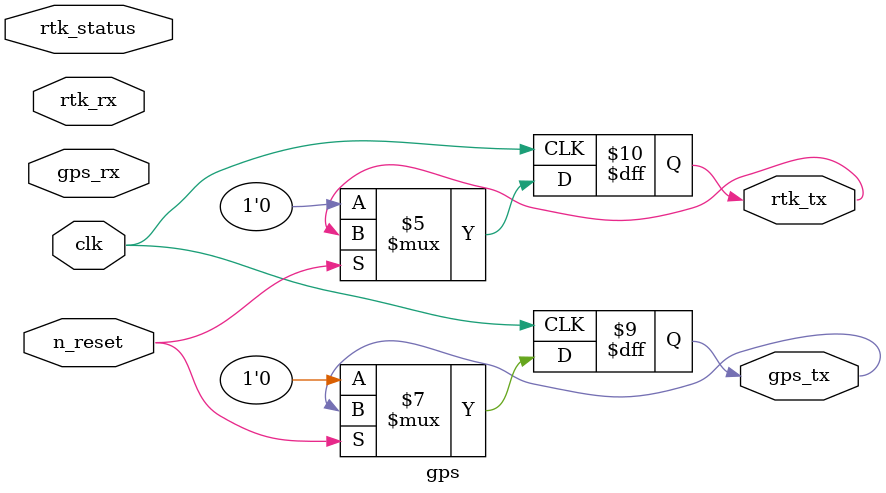
<source format=v>

module gps(

	input wire n_reset,  			//from host
	input wire clk,  					//100 MHz main clock
	
	output reg gps_tx = 1'hz,
	input wire gps_rx,
	output reg rtk_tx = 1'hz,
	input wire rtk_rx,
	input wire rtk_status

);

	always @ (posedge clk) begin	
	
		if(!n_reset) begin
			gps_tx <= 1'b0;
			rtk_tx <= 1'b0;
		end

		else begin 
		
		//handle messages from the GPS here
		
		end

	end



endmodule
</source>
